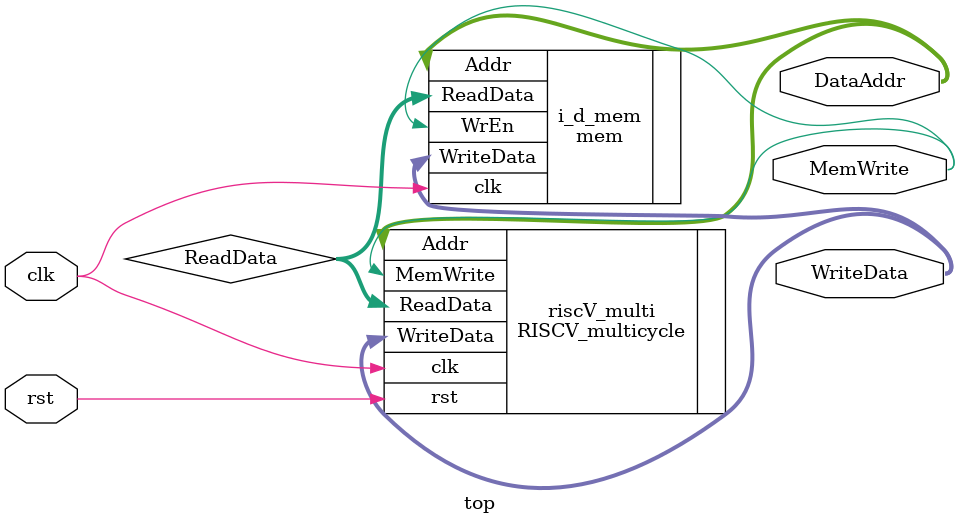
<source format=v>
module top (
    input clk,
    input rst,
    output [31:0] WriteData, DataAddr,
    output MemWrite
);

    wire [31:0] ReadData;

    // RISC-V Multicycle Processor
    RISCV_multicycle riscV_multi (
        .clk(clk),
        .rst(rst),
        .ReadData(ReadData),
        .Addr(DataAddr),
        .MemWrite(MemWrite),
        .WriteData(WriteData)
    );

    // Memory: Instruction + Data
    mem i_d_mem (
        .clk(clk),
        .WrEn(MemWrite),
        .Addr(DataAddr),
        .WriteData(WriteData),
        .ReadData(ReadData)
    );

endmodule
</source>
